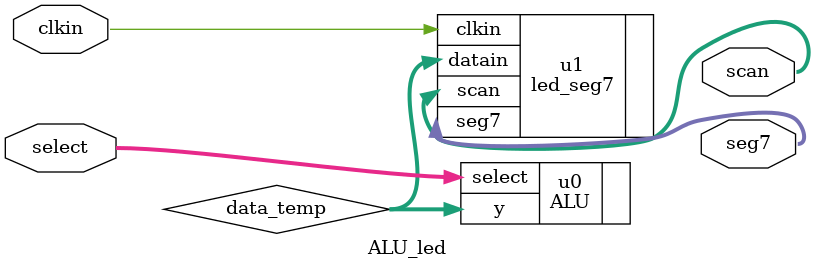
<source format=v>
`timescale 1ns / 1ps


module ALU_led(
input clkin,
input[2:0] select,
output[7:0] scan,
output[7:0] seg7
    );
    
    wire[31:0] data_temp;
    wire clkout;
    
    ALU u0(
        .select(select),
        .y(data_temp)
        );
    
    led_seg7 u1(
        .clkin(clkin),
        .datain(data_temp),
        .scan(scan),
        .seg7(seg7)
    );
endmodule

</source>
